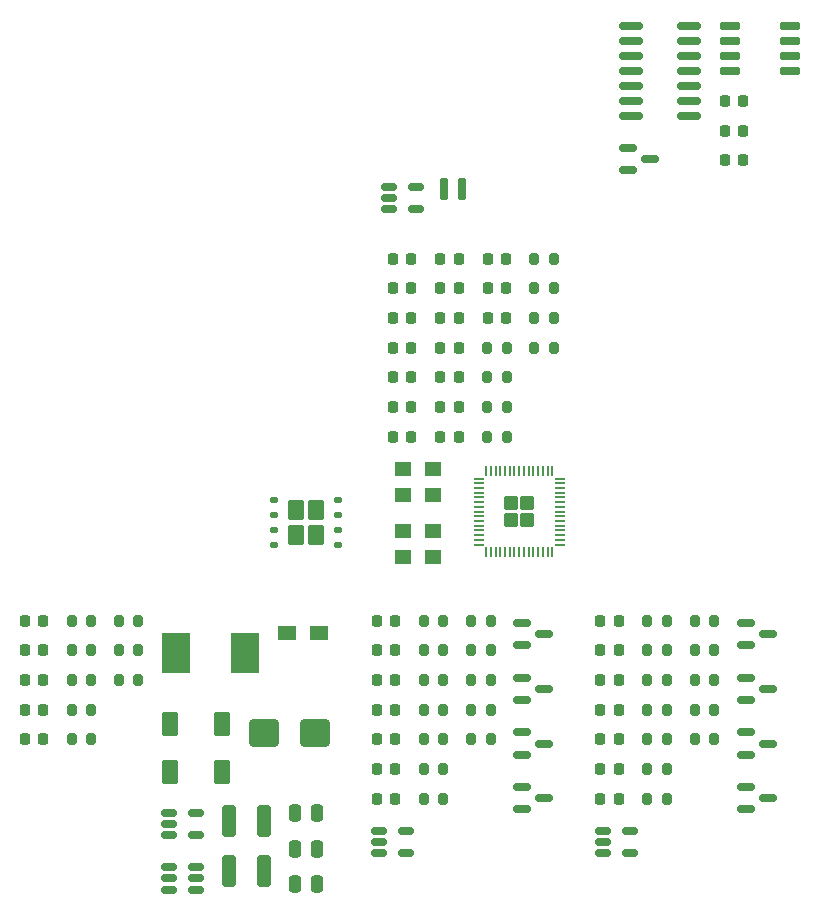
<source format=gbr>
%TF.GenerationSoftware,KiCad,Pcbnew,9.0.1-9.0.1-0~ubuntu24.04.1*%
%TF.CreationDate,2025-04-27T20:23:53-07:00*%
%TF.ProjectId,CAN-IO-expander,43414e2d-494f-42d6-9578-70616e646572,1*%
%TF.SameCoordinates,Original*%
%TF.FileFunction,Paste,Top*%
%TF.FilePolarity,Positive*%
%FSLAX46Y46*%
G04 Gerber Fmt 4.6, Leading zero omitted, Abs format (unit mm)*
G04 Created by KiCad (PCBNEW 9.0.1-9.0.1-0~ubuntu24.04.1) date 2025-04-27 20:23:53*
%MOMM*%
%LPD*%
G01*
G04 APERTURE LIST*
G04 Aperture macros list*
%AMRoundRect*
0 Rectangle with rounded corners*
0 $1 Rounding radius*
0 $2 $3 $4 $5 $6 $7 $8 $9 X,Y pos of 4 corners*
0 Add a 4 corners polygon primitive as box body*
4,1,4,$2,$3,$4,$5,$6,$7,$8,$9,$2,$3,0*
0 Add four circle primitives for the rounded corners*
1,1,$1+$1,$2,$3*
1,1,$1+$1,$4,$5*
1,1,$1+$1,$6,$7*
1,1,$1+$1,$8,$9*
0 Add four rect primitives between the rounded corners*
20,1,$1+$1,$2,$3,$4,$5,0*
20,1,$1+$1,$4,$5,$6,$7,0*
20,1,$1+$1,$6,$7,$8,$9,0*
20,1,$1+$1,$8,$9,$2,$3,0*%
%AMFreePoly0*
4,1,18,-0.437500,0.050000,-0.433694,0.069134,-0.422855,0.085355,-0.406634,0.096194,-0.387500,0.100000,0.387500,0.100000,0.437500,0.050000,0.437500,-0.050000,0.433694,-0.069134,0.422855,-0.085355,0.406634,-0.096194,0.387500,-0.100000,-0.387500,-0.100000,-0.406634,-0.096194,-0.422855,-0.085355,-0.433694,-0.069134,-0.437500,-0.050000,-0.437500,0.050000,-0.437500,0.050000,$1*%
%AMFreePoly1*
4,1,18,-0.437500,0.050000,-0.433694,0.069134,-0.422855,0.085355,-0.406634,0.096194,-0.387500,0.100000,0.387500,0.100000,0.406634,0.096194,0.422855,0.085355,0.433694,0.069134,0.437500,0.050000,0.437500,-0.050000,0.387500,-0.100000,-0.387500,-0.100000,-0.406634,-0.096194,-0.422855,-0.085355,-0.433694,-0.069134,-0.437500,-0.050000,-0.437500,0.050000,-0.437500,0.050000,$1*%
%AMFreePoly2*
4,1,18,-0.100000,0.387500,-0.050000,0.437500,0.050000,0.437500,0.069134,0.433694,0.085355,0.422855,0.096194,0.406634,0.100000,0.387500,0.100000,-0.387500,0.096194,-0.406634,0.085355,-0.422855,0.069134,-0.433694,0.050000,-0.437500,-0.050000,-0.437500,-0.069134,-0.433694,-0.085355,-0.422855,-0.096194,-0.406634,-0.100000,-0.387500,-0.100000,0.387500,-0.100000,0.387500,$1*%
%AMFreePoly3*
4,1,18,-0.100000,0.387500,-0.096194,0.406634,-0.085355,0.422855,-0.069134,0.433694,-0.050000,0.437500,0.050000,0.437500,0.100000,0.387500,0.100000,-0.387500,0.096194,-0.406634,0.085355,-0.422855,0.069134,-0.433694,0.050000,-0.437500,-0.050000,-0.437500,-0.069134,-0.433694,-0.085355,-0.422855,-0.096194,-0.406634,-0.100000,-0.387500,-0.100000,0.387500,-0.100000,0.387500,$1*%
%AMFreePoly4*
4,1,18,-0.437500,0.050000,-0.433694,0.069134,-0.422855,0.085355,-0.406634,0.096194,-0.387500,0.100000,0.387500,0.100000,0.406634,0.096194,0.422855,0.085355,0.433694,0.069134,0.437500,0.050000,0.437500,-0.050000,0.433694,-0.069134,0.422855,-0.085355,0.406634,-0.096194,0.387500,-0.100000,-0.387500,-0.100000,-0.437500,-0.050000,-0.437500,0.050000,-0.437500,0.050000,$1*%
%AMFreePoly5*
4,1,18,-0.437500,0.050000,-0.387500,0.100000,0.387500,0.100000,0.406634,0.096194,0.422855,0.085355,0.433694,0.069134,0.437500,0.050000,0.437500,-0.050000,0.433694,-0.069134,0.422855,-0.085355,0.406634,-0.096194,0.387500,-0.100000,-0.387500,-0.100000,-0.406634,-0.096194,-0.422855,-0.085355,-0.433694,-0.069134,-0.437500,-0.050000,-0.437500,0.050000,-0.437500,0.050000,$1*%
%AMFreePoly6*
4,1,18,-0.100000,0.387500,-0.096194,0.406634,-0.085355,0.422855,-0.069134,0.433694,-0.050000,0.437500,0.050000,0.437500,0.069134,0.433694,0.085355,0.422855,0.096194,0.406634,0.100000,0.387500,0.100000,-0.387500,0.050000,-0.437500,-0.050000,-0.437500,-0.069134,-0.433694,-0.085355,-0.422855,-0.096194,-0.406634,-0.100000,-0.387500,-0.100000,0.387500,-0.100000,0.387500,$1*%
%AMFreePoly7*
4,1,18,-0.100000,0.387500,-0.096194,0.406634,-0.085355,0.422855,-0.069134,0.433694,-0.050000,0.437500,0.050000,0.437500,0.069134,0.433694,0.085355,0.422855,0.096194,0.406634,0.100000,0.387500,0.100000,-0.387500,0.096194,-0.406634,0.085355,-0.422855,0.069134,-0.433694,0.050000,-0.437500,-0.050000,-0.437500,-0.100000,-0.387500,-0.100000,0.387500,-0.100000,0.387500,$1*%
G04 Aperture macros list end*
%ADD10RoundRect,0.225000X-0.225000X-0.250000X0.225000X-0.250000X0.225000X0.250000X-0.225000X0.250000X0*%
%ADD11RoundRect,0.150000X-0.512500X-0.150000X0.512500X-0.150000X0.512500X0.150000X-0.512500X0.150000X0*%
%ADD12RoundRect,0.200000X-0.200000X-0.275000X0.200000X-0.275000X0.200000X0.275000X-0.200000X0.275000X0*%
%ADD13RoundRect,0.150000X-0.587500X-0.150000X0.587500X-0.150000X0.587500X0.150000X-0.587500X0.150000X0*%
%ADD14RoundRect,0.105000X-0.245000X-0.795000X0.245000X-0.795000X0.245000X0.795000X-0.245000X0.795000X0*%
%ADD15RoundRect,0.250000X-0.450000X-0.800000X0.450000X-0.800000X0.450000X0.800000X-0.450000X0.800000X0*%
%ADD16RoundRect,0.250000X-0.325000X-1.100000X0.325000X-1.100000X0.325000X1.100000X-0.325000X1.100000X0*%
%ADD17RoundRect,0.250000X-0.250000X-0.475000X0.250000X-0.475000X0.250000X0.475000X-0.250000X0.475000X0*%
%ADD18RoundRect,0.250000X-1.000000X-0.900000X1.000000X-0.900000X1.000000X0.900000X-1.000000X0.900000X0*%
%ADD19R,2.413000X3.429000*%
%ADD20RoundRect,0.150000X-0.725000X-0.150000X0.725000X-0.150000X0.725000X0.150000X-0.725000X0.150000X0*%
%ADD21RoundRect,0.250000X-0.350000X-0.350000X0.350000X-0.350000X0.350000X0.350000X-0.350000X0.350000X0*%
%ADD22FreePoly0,0.000000*%
%ADD23RoundRect,0.050000X-0.387500X-0.050000X0.387500X-0.050000X0.387500X0.050000X-0.387500X0.050000X0*%
%ADD24FreePoly1,0.000000*%
%ADD25FreePoly2,0.000000*%
%ADD26RoundRect,0.050000X-0.050000X-0.387500X0.050000X-0.387500X0.050000X0.387500X-0.050000X0.387500X0*%
%ADD27FreePoly3,0.000000*%
%ADD28FreePoly4,0.000000*%
%ADD29FreePoly5,0.000000*%
%ADD30FreePoly6,0.000000*%
%ADD31FreePoly7,0.000000*%
%ADD32R,1.400000X1.200000*%
%ADD33RoundRect,0.250000X-0.435000X-0.615000X0.435000X-0.615000X0.435000X0.615000X-0.435000X0.615000X0*%
%ADD34RoundRect,0.125000X-0.250000X-0.125000X0.250000X-0.125000X0.250000X0.125000X-0.250000X0.125000X0*%
%ADD35RoundRect,0.150000X-0.825000X-0.150000X0.825000X-0.150000X0.825000X0.150000X-0.825000X0.150000X0*%
%ADD36R,1.500000X1.200000*%
G04 APERTURE END LIST*
D10*
%TO.C,C21*%
X-12527100Y-96916800D03*
X-10977100Y-96916800D03*
%TD*%
D11*
%TO.C,U11*%
X-22839600Y-153671800D03*
X-22839600Y-154621800D03*
X-22839600Y-155571800D03*
X-20564600Y-155571800D03*
X-20564600Y-153671800D03*
%TD*%
D10*
%TO.C,C24*%
X-71777100Y-138416800D03*
X-70227100Y-138416800D03*
%TD*%
D12*
%TO.C,R39*%
X-33997100Y-145946800D03*
X-32347100Y-145946800D03*
%TD*%
D10*
%TO.C,C7*%
X-40607100Y-120316800D03*
X-39057100Y-120316800D03*
%TD*%
D12*
%TO.C,R12*%
X-19087100Y-138416800D03*
X-17437100Y-138416800D03*
%TD*%
D10*
%TO.C,C42*%
X-41967100Y-145946800D03*
X-40417100Y-145946800D03*
%TD*%
D12*
%TO.C,R22*%
X-63807100Y-138416800D03*
X-62157100Y-138416800D03*
%TD*%
%TO.C,R1*%
X-32637100Y-112786800D03*
X-30987100Y-112786800D03*
%TD*%
D13*
%TO.C,D9*%
X-10739600Y-145351800D03*
X-10739600Y-147251800D03*
X-8864600Y-146301800D03*
%TD*%
%TO.C,D11*%
X-10739600Y-149976800D03*
X-10739600Y-151876800D03*
X-8864600Y-150926800D03*
%TD*%
D10*
%TO.C,C45*%
X-32587100Y-110276800D03*
X-31037100Y-110276800D03*
%TD*%
%TO.C,C3*%
X-40607100Y-110276800D03*
X-39057100Y-110276800D03*
%TD*%
D14*
%TO.C,L1*%
X-36283700Y-99311300D03*
X-34783700Y-99311300D03*
%TD*%
D12*
%TO.C,R32*%
X-38007100Y-145946800D03*
X-36357100Y-145946800D03*
%TD*%
D10*
%TO.C,C40*%
X-41967100Y-143436800D03*
X-40417100Y-143436800D03*
%TD*%
D12*
%TO.C,R2*%
X-32637100Y-115296800D03*
X-30987100Y-115296800D03*
%TD*%
D10*
%TO.C,C13*%
X-36597100Y-117806800D03*
X-35047100Y-117806800D03*
%TD*%
D12*
%TO.C,R40*%
X-28627100Y-107766800D03*
X-26977100Y-107766800D03*
%TD*%
%TO.C,R34*%
X-38007100Y-150966800D03*
X-36357100Y-150966800D03*
%TD*%
D15*
%TO.C,D4*%
X-59457100Y-148676800D03*
X-55057100Y-148676800D03*
%TD*%
D11*
%TO.C,U10*%
X-40939600Y-99181800D03*
X-40939600Y-100131800D03*
X-40939600Y-101081800D03*
X-38664600Y-101081800D03*
X-38664600Y-99181800D03*
%TD*%
D12*
%TO.C,R36*%
X-33997100Y-138416800D03*
X-32347100Y-138416800D03*
%TD*%
%TO.C,R27*%
X-15077100Y-143436800D03*
X-13427100Y-143436800D03*
%TD*%
%TO.C,R4*%
X-32637100Y-120316800D03*
X-30987100Y-120316800D03*
%TD*%
D10*
%TO.C,C4*%
X-40607100Y-112786800D03*
X-39057100Y-112786800D03*
%TD*%
D12*
%TO.C,R38*%
X-33997100Y-143436800D03*
X-32347100Y-143436800D03*
%TD*%
D10*
%TO.C,C37*%
X-71777100Y-145946800D03*
X-70227100Y-145946800D03*
%TD*%
%TO.C,C39*%
X-23047100Y-148456800D03*
X-21497100Y-148456800D03*
%TD*%
D12*
%TO.C,R14*%
X-19087100Y-140926800D03*
X-17437100Y-140926800D03*
%TD*%
D10*
%TO.C,C20*%
X-12527100Y-94406800D03*
X-10977100Y-94406800D03*
%TD*%
D16*
%TO.C,C17*%
X-54477100Y-152826800D03*
X-51527100Y-152826800D03*
%TD*%
D10*
%TO.C,C35*%
X-71777100Y-143436800D03*
X-70227100Y-143436800D03*
%TD*%
D17*
%TO.C,C18*%
X-48902100Y-152206800D03*
X-47002100Y-152206800D03*
%TD*%
D10*
%TO.C,C43*%
X-41967100Y-148456800D03*
X-40417100Y-148456800D03*
%TD*%
D12*
%TO.C,R8*%
X-67817100Y-138416800D03*
X-66167100Y-138416800D03*
%TD*%
%TO.C,R16*%
X-67817100Y-143436800D03*
X-66167100Y-143436800D03*
%TD*%
D11*
%TO.C,U9*%
X-59539600Y-156776800D03*
X-59539600Y-157726800D03*
X-59539600Y-158676800D03*
X-57264600Y-158676800D03*
X-57264600Y-157726800D03*
X-57264600Y-156776800D03*
%TD*%
D12*
%TO.C,R23*%
X-63807100Y-140926800D03*
X-62157100Y-140926800D03*
%TD*%
%TO.C,R15*%
X-19087100Y-143436800D03*
X-17437100Y-143436800D03*
%TD*%
D18*
%TO.C,D1*%
X-51517100Y-145376800D03*
X-47217100Y-145376800D03*
%TD*%
D10*
%TO.C,C28*%
X-23047100Y-135906800D03*
X-21497100Y-135906800D03*
%TD*%
D12*
%TO.C,R30*%
X-38007100Y-140926800D03*
X-36357100Y-140926800D03*
%TD*%
%TO.C,R5*%
X-28627100Y-105256800D03*
X-26977100Y-105256800D03*
%TD*%
%TO.C,R19*%
X-63807100Y-135906800D03*
X-62157100Y-135906800D03*
%TD*%
%TO.C,R13*%
X-67817100Y-140926800D03*
X-66167100Y-140926800D03*
%TD*%
D16*
%TO.C,C38*%
X-54477100Y-157076800D03*
X-51527100Y-157076800D03*
%TD*%
D17*
%TO.C,C27*%
X-48902100Y-158226800D03*
X-47002100Y-158226800D03*
%TD*%
D11*
%TO.C,U7*%
X-59539600Y-152151800D03*
X-59539600Y-153101800D03*
X-59539600Y-154051800D03*
X-57264600Y-154051800D03*
X-57264600Y-152151800D03*
%TD*%
D10*
%TO.C,C33*%
X-41967100Y-140926800D03*
X-40417100Y-140926800D03*
%TD*%
D19*
%TO.C,L3*%
X-58973100Y-138626800D03*
X-53131100Y-138626800D03*
%TD*%
D10*
%TO.C,C15*%
X-32587100Y-105256800D03*
X-31037100Y-105256800D03*
%TD*%
%TO.C,C19*%
X-12527100Y-91896800D03*
X-10977100Y-91896800D03*
%TD*%
D12*
%TO.C,R31*%
X-38007100Y-143436800D03*
X-36357100Y-143436800D03*
%TD*%
D13*
%TO.C,D8*%
X-29659600Y-140726800D03*
X-29659600Y-142626800D03*
X-27784600Y-141676800D03*
%TD*%
D10*
%TO.C,C1*%
X-40607100Y-105256800D03*
X-39057100Y-105256800D03*
%TD*%
D20*
%TO.C,U5*%
X-12107100Y-85511800D03*
X-12107100Y-86781800D03*
X-12107100Y-88051800D03*
X-12107100Y-89321800D03*
X-6957100Y-89321800D03*
X-6957100Y-88051800D03*
X-6957100Y-86781800D03*
X-6957100Y-85511800D03*
%TD*%
D21*
%TO.C,U1*%
X-30621200Y-125966400D03*
X-30621200Y-127366400D03*
X-29221200Y-125966400D03*
X-29221200Y-127366400D03*
D22*
X-33358700Y-123866400D03*
D23*
X-33358700Y-124266400D03*
X-33358700Y-124666400D03*
X-33358700Y-125066400D03*
X-33358700Y-125466400D03*
X-33358700Y-125866400D03*
X-33358700Y-126266400D03*
X-33358700Y-126666400D03*
X-33358700Y-127066400D03*
X-33358700Y-127466400D03*
X-33358700Y-127866400D03*
X-33358700Y-128266400D03*
X-33358700Y-128666400D03*
X-33358700Y-129066400D03*
D24*
X-33358700Y-129466400D03*
D25*
X-32721200Y-130103900D03*
D26*
X-32321200Y-130103900D03*
X-31921200Y-130103900D03*
X-31521200Y-130103900D03*
X-31121200Y-130103900D03*
X-30721200Y-130103900D03*
X-30321200Y-130103900D03*
X-29921200Y-130103900D03*
X-29521200Y-130103900D03*
X-29121200Y-130103900D03*
X-28721200Y-130103900D03*
X-28321200Y-130103900D03*
X-27921200Y-130103900D03*
X-27521200Y-130103900D03*
D27*
X-27121200Y-130103900D03*
D28*
X-26483700Y-129466400D03*
D23*
X-26483700Y-129066400D03*
X-26483700Y-128666400D03*
X-26483700Y-128266400D03*
X-26483700Y-127866400D03*
X-26483700Y-127466400D03*
X-26483700Y-127066400D03*
X-26483700Y-126666400D03*
X-26483700Y-126266400D03*
X-26483700Y-125866400D03*
X-26483700Y-125466400D03*
X-26483700Y-125066400D03*
X-26483700Y-124666400D03*
X-26483700Y-124266400D03*
D29*
X-26483700Y-123866400D03*
D30*
X-27121200Y-123228900D03*
D26*
X-27521200Y-123228900D03*
X-27921200Y-123228900D03*
X-28321200Y-123228900D03*
X-28721200Y-123228900D03*
X-29121200Y-123228900D03*
X-29521200Y-123228900D03*
X-29921200Y-123228900D03*
X-30321200Y-123228900D03*
X-30721200Y-123228900D03*
X-31121200Y-123228900D03*
X-31521200Y-123228900D03*
X-31921200Y-123228900D03*
X-32321200Y-123228900D03*
D31*
X-32721200Y-123228900D03*
%TD*%
D10*
%TO.C,C10*%
X-36597100Y-110276800D03*
X-35047100Y-110276800D03*
%TD*%
D12*
%TO.C,R3*%
X-32637100Y-117806800D03*
X-30987100Y-117806800D03*
%TD*%
%TO.C,R21*%
X-19087100Y-150966800D03*
X-17437100Y-150966800D03*
%TD*%
D13*
%TO.C,D2*%
X-20699600Y-95871800D03*
X-20699600Y-97771800D03*
X-18824600Y-96821800D03*
%TD*%
D32*
%TO.C,U3*%
X-39747100Y-125231800D03*
X-37207100Y-125231800D03*
X-37207100Y-123031800D03*
X-39747100Y-123031800D03*
%TD*%
D13*
%TO.C,D5*%
X-29659600Y-136101800D03*
X-29659600Y-138001800D03*
X-27784600Y-137051800D03*
%TD*%
D12*
%TO.C,R26*%
X-15077100Y-140926800D03*
X-13427100Y-140926800D03*
%TD*%
%TO.C,R24*%
X-15077100Y-135906800D03*
X-13427100Y-135906800D03*
%TD*%
D10*
%TO.C,C29*%
X-41967100Y-135906800D03*
X-40417100Y-135906800D03*
%TD*%
D12*
%TO.C,R10*%
X-19087100Y-135906800D03*
X-17437100Y-135906800D03*
%TD*%
%TO.C,R42*%
X-28627100Y-112786800D03*
X-26977100Y-112786800D03*
%TD*%
D10*
%TO.C,C41*%
X-23047100Y-150966800D03*
X-21497100Y-150966800D03*
%TD*%
%TO.C,C14*%
X-36597100Y-120316800D03*
X-35047100Y-120316800D03*
%TD*%
D12*
%TO.C,R33*%
X-38007100Y-148456800D03*
X-36357100Y-148456800D03*
%TD*%
D33*
%TO.C,U2*%
X-48817100Y-126516800D03*
X-48817100Y-128666800D03*
X-47117100Y-126516800D03*
X-47117100Y-128666800D03*
D34*
X-50667100Y-125686800D03*
X-50667100Y-126956800D03*
X-50667100Y-128226800D03*
X-50667100Y-129496800D03*
X-45267100Y-129496800D03*
X-45267100Y-128226800D03*
X-45267100Y-126956800D03*
X-45267100Y-125686800D03*
%TD*%
D12*
%TO.C,R29*%
X-38007100Y-138416800D03*
X-36357100Y-138416800D03*
%TD*%
%TO.C,R11*%
X-38007100Y-135906800D03*
X-36357100Y-135906800D03*
%TD*%
D35*
%TO.C,U4*%
X-20457100Y-85511800D03*
X-20457100Y-86781800D03*
X-20457100Y-88051800D03*
X-20457100Y-89321800D03*
X-20457100Y-90591800D03*
X-20457100Y-91861800D03*
X-20457100Y-93131800D03*
X-15507100Y-93131800D03*
X-15507100Y-91861800D03*
X-15507100Y-90591800D03*
X-15507100Y-89321800D03*
X-15507100Y-88051800D03*
X-15507100Y-86781800D03*
X-15507100Y-85511800D03*
%TD*%
D12*
%TO.C,R41*%
X-28627100Y-110276800D03*
X-26977100Y-110276800D03*
%TD*%
%TO.C,R18*%
X-19087100Y-145946800D03*
X-17437100Y-145946800D03*
%TD*%
D10*
%TO.C,C9*%
X-36597100Y-107766800D03*
X-35047100Y-107766800D03*
%TD*%
D12*
%TO.C,R20*%
X-19087100Y-148456800D03*
X-17437100Y-148456800D03*
%TD*%
D13*
%TO.C,D7*%
X-10739600Y-140726800D03*
X-10739600Y-142626800D03*
X-8864600Y-141676800D03*
%TD*%
D10*
%TO.C,C12*%
X-36597100Y-115296800D03*
X-35047100Y-115296800D03*
%TD*%
D13*
%TO.C,D10*%
X-29659600Y-145351800D03*
X-29659600Y-147251800D03*
X-27784600Y-146301800D03*
%TD*%
D12*
%TO.C,R25*%
X-15077100Y-138416800D03*
X-13427100Y-138416800D03*
%TD*%
D11*
%TO.C,U8*%
X-41759600Y-153671800D03*
X-41759600Y-154621800D03*
X-41759600Y-155571800D03*
X-39484600Y-155571800D03*
X-39484600Y-153671800D03*
%TD*%
D13*
%TO.C,D12*%
X-29659600Y-149976800D03*
X-29659600Y-151876800D03*
X-27784600Y-150926800D03*
%TD*%
D10*
%TO.C,C11*%
X-36597100Y-112786800D03*
X-35047100Y-112786800D03*
%TD*%
%TO.C,C34*%
X-23047100Y-143436800D03*
X-21497100Y-143436800D03*
%TD*%
D12*
%TO.C,R17*%
X-67817100Y-145946800D03*
X-66167100Y-145946800D03*
%TD*%
%TO.C,R28*%
X-15077100Y-145946800D03*
X-13427100Y-145946800D03*
%TD*%
D10*
%TO.C,C6*%
X-40607100Y-117806800D03*
X-39057100Y-117806800D03*
%TD*%
%TO.C,C8*%
X-36597100Y-105256800D03*
X-35047100Y-105256800D03*
%TD*%
%TO.C,C16*%
X-32587100Y-107766800D03*
X-31037100Y-107766800D03*
%TD*%
D15*
%TO.C,D3*%
X-59457100Y-144626800D03*
X-55057100Y-144626800D03*
%TD*%
D10*
%TO.C,C32*%
X-23047100Y-140926800D03*
X-21497100Y-140926800D03*
%TD*%
%TO.C,C44*%
X-41967100Y-150966800D03*
X-40417100Y-150966800D03*
%TD*%
D13*
%TO.C,D6*%
X-10739600Y-136101800D03*
X-10739600Y-138001800D03*
X-8864600Y-137051800D03*
%TD*%
D10*
%TO.C,C36*%
X-23047100Y-145946800D03*
X-21497100Y-145946800D03*
%TD*%
D32*
%TO.C,U6*%
X-39747100Y-130551800D03*
X-37207100Y-130551800D03*
X-37207100Y-128351800D03*
X-39747100Y-128351800D03*
%TD*%
D17*
%TO.C,C26*%
X-48902100Y-155216800D03*
X-47002100Y-155216800D03*
%TD*%
D12*
%TO.C,R35*%
X-33997100Y-135906800D03*
X-32347100Y-135906800D03*
%TD*%
D10*
%TO.C,C5*%
X-40607100Y-115296800D03*
X-39057100Y-115296800D03*
%TD*%
D12*
%TO.C,R37*%
X-33997100Y-140926800D03*
X-32347100Y-140926800D03*
%TD*%
D10*
%TO.C,C31*%
X-41967100Y-138416800D03*
X-40417100Y-138416800D03*
%TD*%
D36*
%TO.C,L2*%
X-49602100Y-136976800D03*
X-46902100Y-136976800D03*
%TD*%
D10*
%TO.C,C25*%
X-71777100Y-140926800D03*
X-70227100Y-140926800D03*
%TD*%
%TO.C,C2*%
X-40607100Y-107766800D03*
X-39057100Y-107766800D03*
%TD*%
%TO.C,C23*%
X-71777100Y-135906800D03*
X-70227100Y-135906800D03*
%TD*%
D12*
%TO.C,R7*%
X-67817100Y-135906800D03*
X-66167100Y-135906800D03*
%TD*%
D10*
%TO.C,C30*%
X-23047100Y-138416800D03*
X-21497100Y-138416800D03*
%TD*%
M02*

</source>
